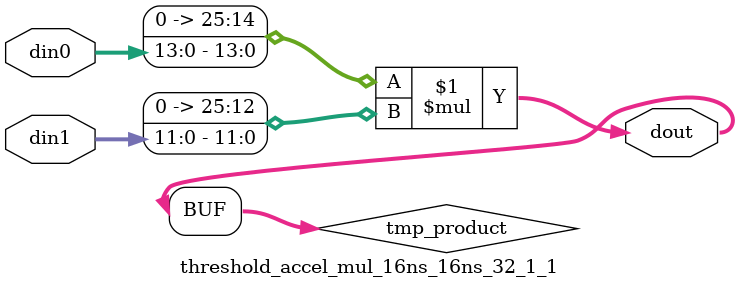
<source format=v>

`timescale 1 ns / 1 ps

  module threshold_accel_mul_16ns_16ns_32_1_1(din0, din1, dout);
parameter ID = 1;
parameter NUM_STAGE = 0;
parameter din0_WIDTH = 14;
parameter din1_WIDTH = 12;
parameter dout_WIDTH = 26;

input [din0_WIDTH - 1 : 0] din0; 
input [din1_WIDTH - 1 : 0] din1; 
output [dout_WIDTH - 1 : 0] dout;

wire signed [dout_WIDTH - 1 : 0] tmp_product;










assign tmp_product = $signed({1'b0, din0}) * $signed({1'b0, din1});











assign dout = tmp_product;







endmodule

</source>
